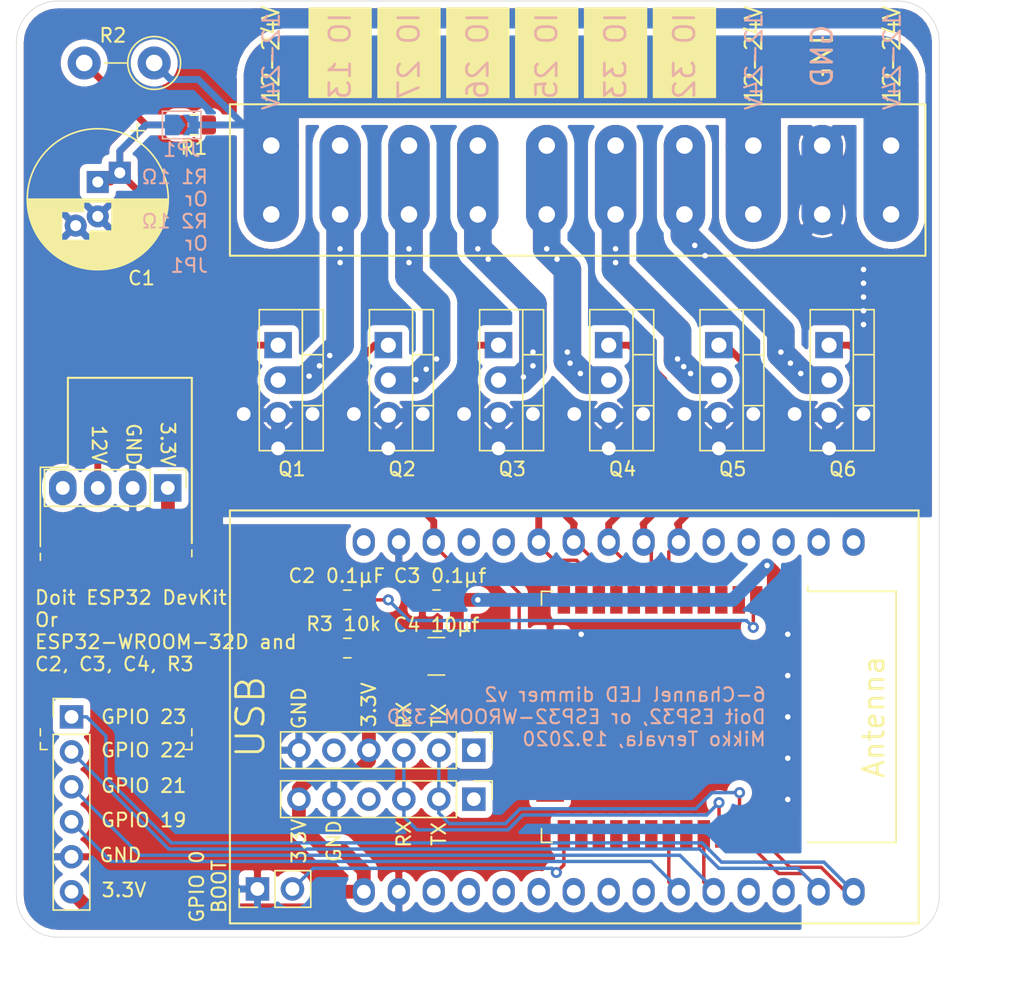
<source format=kicad_pcb>
(kicad_pcb (version 20171130) (host pcbnew "(5.1.7)-1")
  (layers (0 F.Cu signal) (31 B.Cu signal) (34 B.Paste user) (35 F.Paste user) (36 B.SilkS user) (37 F.SilkS user) (38 B.Mask user) (39 F.Mask user) (44 Edge.Cuts user))
  (net 0 "")
  (net 1 GND)
  (net 2 +12C)
  (net 3 +3V3)
  (net 4 GPIO4)
  (net 5 GPIO3)
  (net 6 GPIO2)
  (net 7 GPIO1)
  (net 8 "Net-(J2-Pad4)")
  (net 9 +12V)
  (net 10 "Net-(J3-Pad7)")
  (net 11 "Net-(J3-Pad6)")
  (net 12 "Net-(J3-Pad5)")
  (net 13 "Net-(J3-Pad4)")
  (net 14 "Net-(J3-Pad3)")
  (net 15 "Net-(J3-Pad2)")
  (net 16 MOS1)
  (net 17 MOS2)
  (net 18 MOS3)
  (net 19 MOS4)
  (net 20 MOS5)
  (net 21 MOS6)
  (net 22 "Net-(U1-Pad16)")
  (net 23 "Net-(U1-Pad17)")
  (net 24 "Net-(U1-Pad13)")
  (net 25 "Net-(U1-Pad18)")
  (net 26 "Net-(U1-Pad12)")
  (net 27 "Net-(U1-Pad19)")
  (net 28 "Net-(U1-Pad7)")
  (net 29 "Net-(U1-Pad6)")
  (net 30 "Net-(U1-Pad5)")
  (net 31 "Net-(U1-Pad4)")
  (net 32 "Net-(U1-Pad3)")
  (net 33 "Net-(U1-Pad20)")
  (net 34 "Net-(U1-Pad9)")
  (net 35 "Net-(U1-Pad8)")
  (net 36 "Net-(U1-Pad26)")
  (net 37 "Net-(U1-Pad27)")
  (net 38 "Net-(U1-Pad30)")
  (net 39 "Net-(C2-Pad2)")
  (net 40 "Net-(J4-Pad2)")
  (net 41 "Net-(J5-Pad4)")
  (net 42 RX)
  (net 43 TX)
  (net 44 "Net-(J5-Pad1)")
  (net 45 "Net-(U2-Pad32)")
  (net 46 "Net-(U2-Pad30)")
  (net 47 "Net-(U2-Pad29)")
  (net 48 "Net-(U2-Pad28)")
  (net 49 "Net-(U2-Pad27)")
  (net 50 "Net-(U2-Pad26)")
  (net 51 "Net-(U2-Pad24)")
  (net 52 "Net-(U2-Pad23)")
  (net 53 "Net-(U2-Pad22)")
  (net 54 "Net-(U2-Pad21)")
  (net 55 "Net-(U2-Pad20)")
  (net 56 "Net-(U2-Pad19)")
  (net 57 "Net-(U2-Pad18)")
  (net 58 "Net-(U2-Pad17)")
  (net 59 "Net-(U2-Pad14)")
  (net 60 "Net-(U2-Pad13)")
  (net 61 "Net-(U2-Pad7)")
  (net 62 "Net-(U2-Pad6)")
  (net 63 "Net-(U2-Pad5)")
  (net 64 "Net-(U2-Pad4)")
  (net 65 "Net-(J6-Pad5)")
  (net 66 "Net-(J6-Pad1)")
  (module Voltage-regulator:4pin_reg_con (layer F.Cu) (at 133.985 102.87 270)
    (fp_text reference J2 hide)
    (fp_text value Conn_01x04)
    (pad 1 thru_hole rect (at 0 0 270) (size 2 2) (drill 1) (layers *.Cu *.Mask) (net 3 +3V3))
    (pad 2 thru_hole oval (at 0 2.54 270) (size 2.5 2) (drill 1) (layers *.Cu *.Mask) (net 1 GND))
    (pad 3 thru_hole oval (at 0 5.08 270) (size 2.5 2) (drill 1) (layers *.Cu *.Mask) (net 2 +12C))
    (pad 4 thru_hole oval (at 0 7.62 270) (size 2.5 2) (drill 1) (layers *.Cu *.Mask) (net 8 "Net-(J2-Pad4)"))
  )
  (module Phoenix-connect:Phoenix_SPTAF_1_10-5,0-EL (layer F.Cu) (at 164 80.5)
    (fp_text reference J3 hide)
    (fp_text value Conn_01x10)
    (pad 1 thru_hole circle (at -22.5 -2.5) (size 3 3) (drill 1.2) (layers *.Cu *.Mask) (net 9 +12V))
    (pad 1 thru_hole circle (at -22.5 2.5) (size 3 3) (drill 1.2) (layers *.Cu *.Mask) (net 9 +12V))
    (pad 2 thru_hole circle (at -17.5 -2.5) (size 3 3) (drill 1.2) (layers *.Cu *.Mask) (net 15 "Net-(J3-Pad2)"))
    (pad 2 thru_hole circle (at -17.5 2.5) (size 3 3) (drill 1.2) (layers *.Cu *.Mask) (net 15 "Net-(J3-Pad2)"))
    (pad 3 thru_hole circle (at -12.5 -2.5) (size 3 3) (drill 1.2) (layers *.Cu *.Mask) (net 14 "Net-(J3-Pad3)"))
    (pad 3 thru_hole circle (at -12.5 2.5) (size 3 3) (drill 1.2) (layers *.Cu *.Mask) (net 14 "Net-(J3-Pad3)"))
    (pad 4 thru_hole circle (at -7.5 -2.5) (size 3 3) (drill 1.2) (layers *.Cu *.Mask) (net 13 "Net-(J3-Pad4)"))
    (pad 4 thru_hole circle (at -7.5 2.5) (size 3 3) (drill 1.2) (layers *.Cu *.Mask) (net 13 "Net-(J3-Pad4)"))
    (pad 5 thru_hole circle (at -2.5 -2.5) (size 3 3) (drill 1.2) (layers *.Cu *.Mask) (net 12 "Net-(J3-Pad5)"))
    (pad 5 thru_hole circle (at -2.5 2.5) (size 3 3) (drill 1.2) (layers *.Cu *.Mask) (net 12 "Net-(J3-Pad5)"))
    (pad 6 thru_hole circle (at 2.5 -2.5) (size 3 3) (drill 1.2) (layers *.Cu *.Mask) (net 11 "Net-(J3-Pad6)"))
    (pad 6 thru_hole circle (at 2.5 2.5) (size 3 3) (drill 1.2) (layers *.Cu *.Mask) (net 11 "Net-(J3-Pad6)"))
    (pad 7 thru_hole circle (at 7.5 -2.5) (size 3 3) (drill 1.2) (layers *.Cu *.Mask) (net 10 "Net-(J3-Pad7)"))
    (pad 7 thru_hole circle (at 7.5 2.5) (size 3 3) (drill 1.2) (layers *.Cu *.Mask) (net 10 "Net-(J3-Pad7)"))
    (pad 8 thru_hole circle (at 12.5 -2.5) (size 3 3) (drill 1.2) (layers *.Cu *.Mask) (net 9 +12V))
    (pad 8 thru_hole circle (at 12.5 2.5) (size 3 3) (drill 1.2) (layers *.Cu *.Mask) (net 9 +12V))
    (pad 9 thru_hole circle (at 17.5 -2.5) (size 3 3) (drill 1.2) (layers *.Cu *.Mask) (net 1 GND))
    (pad 9 thru_hole circle (at 17.5 2.5) (size 3 3) (drill 1.2) (layers *.Cu *.Mask) (net 1 GND))
    (pad 10 thru_hole circle (at 22.5 -2.5) (size 3 3) (drill 1.2) (layers *.Cu *.Mask) (net 9 +12V))
    (pad 10 thru_hole circle (at 22.5 2.5) (size 3 3) (drill 1.2) (layers *.Cu *.Mask) (net 9 +12V))
  )
  (module esp32-doit-library:Doit_ESP32 (layer F.Cu) (at 166 119.5)
    (fp_text reference U1 hide)
    (fp_text value Doit_ESP32)
    (pad 30 thru_hole oval (at -17.78 -12.7) (size 1.6 2) (drill 1) (layers *.Cu *.Mask) (net 38 "Net-(U1-Pad30)"))
    (pad 1 thru_hole oval (at -17.78 12.7) (size 1.6 2) (drill 1) (layers *.Cu *.Mask) (net 3 +3V3))
    (pad 29 thru_hole oval (at -15.24 -12.7) (size 1.6 2) (drill 1) (layers *.Cu *.Mask) (net 1 GND))
    (pad 2 thru_hole oval (at -15.24 12.7) (size 1.6 2) (drill 1) (layers *.Cu *.Mask) (net 1 GND))
    (pad 28 thru_hole oval (at -12.7 -12.7) (size 1.6 2) (drill 1) (layers *.Cu *.Mask) (net 16 MOS1))
    (pad 3 thru_hole oval (at -12.7 12.7) (size 1.6 2) (drill 1) (layers *.Cu *.Mask) (net 32 "Net-(U1-Pad3)"))
    (pad 27 thru_hole oval (at -10.16 -12.7) (size 1.6 2) (drill 1) (layers *.Cu *.Mask) (net 37 "Net-(U1-Pad27)"))
    (pad 4 thru_hole oval (at -10.16 12.7) (size 1.6 2) (drill 1) (layers *.Cu *.Mask) (net 31 "Net-(U1-Pad4)"))
    (pad 26 thru_hole oval (at -7.62 -12.7) (size 1.6 2) (drill 1) (layers *.Cu *.Mask) (net 36 "Net-(U1-Pad26)"))
    (pad 5 thru_hole oval (at -7.62 12.7) (size 1.6 2) (drill 1) (layers *.Cu *.Mask) (net 30 "Net-(U1-Pad5)"))
    (pad 25 thru_hole oval (at -5.08 -12.7) (size 1.6 2) (drill 1) (layers *.Cu *.Mask) (net 17 MOS2))
    (pad 6 thru_hole oval (at -5.08 12.7) (size 1.6 2) (drill 1) (layers *.Cu *.Mask) (net 29 "Net-(U1-Pad6)"))
    (pad 24 thru_hole oval (at -2.54 -12.7) (size 1.6 2) (drill 1) (layers *.Cu *.Mask) (net 18 MOS3))
    (pad 7 thru_hole oval (at -2.54 12.7) (size 1.6 2) (drill 1) (layers *.Cu *.Mask) (net 28 "Net-(U1-Pad7)"))
    (pad 23 thru_hole oval (at 0 -12.7) (size 1.6 2) (drill 1) (layers *.Cu *.Mask) (net 19 MOS4))
    (pad 8 thru_hole oval (at 0 12.7) (size 1.6 2) (drill 1) (layers *.Cu *.Mask) (net 35 "Net-(U1-Pad8)"))
    (pad 22 thru_hole oval (at 2.54 -12.7) (size 1.6 2) (drill 1) (layers *.Cu *.Mask) (net 20 MOS5))
    (pad 9 thru_hole oval (at 2.54 12.7) (size 1.6 2) (drill 1) (layers *.Cu *.Mask) (net 34 "Net-(U1-Pad9)"))
    (pad 21 thru_hole oval (at 5.08 -12.7) (size 1.6 2) (drill 1) (layers *.Cu *.Mask) (net 21 MOS6))
    (pad 10 thru_hole oval (at 5.08 12.7) (size 1.6 2) (drill 1) (layers *.Cu *.Mask) (net 4 GPIO4))
    (pad 20 thru_hole oval (at 7.62 -12.7) (size 1.6 2) (drill 1) (layers *.Cu *.Mask) (net 33 "Net-(U1-Pad20)"))
    (pad 11 thru_hole oval (at 7.62 12.7) (size 1.6 2) (drill 1) (layers *.Cu *.Mask) (net 5 GPIO3))
    (pad 19 thru_hole oval (at 10.16 -12.7) (size 1.6 2) (drill 1) (layers *.Cu *.Mask) (net 27 "Net-(U1-Pad19)"))
    (pad 12 thru_hole oval (at 10.16 12.7) (size 1.6 2) (drill 1) (layers *.Cu *.Mask) (net 26 "Net-(U1-Pad12)"))
    (pad 18 thru_hole oval (at 12.7 -12.7) (size 1.6 2) (drill 1) (layers *.Cu *.Mask) (net 25 "Net-(U1-Pad18)"))
    (pad 13 thru_hole oval (at 12.7 12.7) (size 1.6 2) (drill 1) (layers *.Cu *.Mask) (net 24 "Net-(U1-Pad13)"))
    (pad 17 thru_hole oval (at 15.24 -12.7) (size 1.6 2) (drill 1) (layers *.Cu *.Mask) (net 23 "Net-(U1-Pad17)"))
    (pad 14 thru_hole oval (at 15.24 12.7) (size 1.6 2) (drill 1) (layers *.Cu *.Mask) (net 6 GPIO2))
    (pad 16 thru_hole oval (at 17.78 -12.7) (size 1.6 2) (drill 1) (layers *.Cu *.Mask) (net 22 "Net-(U1-Pad16)"))
    (pad 15 thru_hole oval (at 17.78 12.7) (size 1.6 2) (drill 1) (layers *.Cu *.Mask) (net 7 GPIO1))
  )
  (module Capacitor_THT:CP_Radial_D10.0mm_P2.50mm_P5.00mm (layer F.Cu) (at 128.905 80.645 270)
    (fp_text reference C1 (at 6.985 -3.175 180) (layer F.SilkS))
    (fp_text value C_Small)
    (pad 2 thru_hole circle (at 3.170937 1.6 270) (size 1.6 1.6) (drill 0.8) (layers *.Cu *.Mask) (net 1 GND))
    (pad 1 thru_hole rect (at -0.670937 -1.6 270) (size 1.6 1.6) (drill 0.8) (layers *.Cu *.Mask) (net 2 +12C))
    (pad 2 thru_hole circle (at 2.5 0 270) (size 1.6 1.6) (drill 0.8) (layers *.Cu *.Mask) (net 1 GND))
    (pad 1 thru_hole rect (at 0 0 270) (size 1.6 1.6) (drill 0.8) (layers *.Cu *.Mask) (net 2 +12C))
  )
  (module Connector_PinHeader_2.54mm:PinHeader_1x06_P2.54mm_Vertical (layer F.Cu) (at 156.21 121.92 270)
    (fp_text reference J6 hide)
    (fp_text value Conn_01x06)
    (pad 6 thru_hole oval (at 0 12.7 270) (size 1.7 1.7) (drill 1) (layers *.Cu *.Mask) (net 1 GND))
    (pad 5 thru_hole oval (at 0 10.16 270) (size 1.7 1.7) (drill 1) (layers *.Cu *.Mask) (net 65 "Net-(J6-Pad5)"))
    (pad 4 thru_hole oval (at 0 7.62 270) (size 1.7 1.7) (drill 1) (layers *.Cu *.Mask) (net 3 +3V3))
    (pad 3 thru_hole oval (at 0 5.08 270) (size 1.7 1.7) (drill 1) (layers *.Cu *.Mask) (net 42 RX))
    (pad 2 thru_hole oval (at 0 2.54 270) (size 1.7 1.7) (drill 1) (layers *.Cu *.Mask) (net 43 TX))
    (pad 1 thru_hole rect (at 0 0 270) (size 1.7 1.7) (drill 1) (layers *.Cu *.Mask) (net 66 "Net-(J6-Pad1)"))
  )
  (module Capacitor_SMD:C_1210_3225Metric_Pad1.42x2.65mm_HandSolder (layer F.Cu) (at 153.4875 115.1 180)
    (fp_text reference C4 hide)
    (fp_text value "C4 10µf" (at 0 2.28) (layer F.SilkS))
    (pad 2 smd roundrect (at 1.4875 0 180) (size 1.425 2.65) (layers F.Cu F.Paste F.Mask) (roundrect_rratio 0.1754385964912281) (net 1 GND))
    (pad 1 smd roundrect (at -1.4875 0 180) (size 1.425 2.65) (layers F.Cu F.Paste F.Mask) (roundrect_rratio 0.1754385964912281) (net 3 +3V3))
  )
  (module RF_Module:ESP32-WROOM-32 (layer F.Cu) (at 171 119.5 270)
    (fp_text reference U2 hide)
    (fp_text value ESP32-WROOM-32D)
    (pad 38 smd rect (at 8.5 -8.255 270) (size 2 0.9) (layers F.Cu F.Paste F.Mask) (net 1 GND))
    (pad 37 smd rect (at 8.5 -6.985 270) (size 2 0.9) (layers F.Cu F.Paste F.Mask) (net 7 GPIO1))
    (pad 36 smd rect (at 8.5 -5.715 270) (size 2 0.9) (layers F.Cu F.Paste F.Mask) (net 6 GPIO2))
    (pad 35 smd rect (at 8.5 -4.445 270) (size 2 0.9) (layers F.Cu F.Paste F.Mask) (net 43 TX))
    (pad 34 smd rect (at 8.5 -3.175 270) (size 2 0.9) (layers F.Cu F.Paste F.Mask) (net 42 RX))
    (pad 33 smd rect (at 8.5 -1.905 270) (size 2 0.9) (layers F.Cu F.Paste F.Mask) (net 5 GPIO3))
    (pad 32 smd rect (at 8.5 -0.635 270) (size 2 0.9) (layers F.Cu F.Paste F.Mask) (net 45 "Net-(U2-Pad32)"))
    (pad 31 smd rect (at 8.5 0.635 270) (size 2 0.9) (layers F.Cu F.Paste F.Mask) (net 4 GPIO4))
    (pad 30 smd rect (at 8.5 1.905 270) (size 2 0.9) (layers F.Cu F.Paste F.Mask) (net 46 "Net-(U2-Pad30)"))
    (pad 29 smd rect (at 8.5 3.175 270) (size 2 0.9) (layers F.Cu F.Paste F.Mask) (net 47 "Net-(U2-Pad29)"))
    (pad 28 smd rect (at 8.5 4.445 270) (size 2 0.9) (layers F.Cu F.Paste F.Mask) (net 48 "Net-(U2-Pad28)"))
    (pad 27 smd rect (at 8.5 5.715 270) (size 2 0.9) (layers F.Cu F.Paste F.Mask) (net 49 "Net-(U2-Pad27)"))
    (pad 26 smd rect (at 8.5 6.985 270) (size 2 0.9) (layers F.Cu F.Paste F.Mask) (net 50 "Net-(U2-Pad26)"))
    (pad 25 smd rect (at 8.5 8.255 270) (size 2 0.9) (layers F.Cu F.Paste F.Mask) (net 40 "Net-(J4-Pad2)"))
    (pad 24 smd rect (at 5.715 9.255) (size 2 0.9) (layers F.Cu F.Paste F.Mask) (net 51 "Net-(U2-Pad24)"))
    (pad 23 smd rect (at 4.445 9.255) (size 2 0.9) (layers F.Cu F.Paste F.Mask) (net 52 "Net-(U2-Pad23)"))
    (pad 22 smd rect (at 3.175 9.255) (size 2 0.9) (layers F.Cu F.Paste F.Mask) (net 53 "Net-(U2-Pad22)"))
    (pad 21 smd rect (at 1.905 9.255) (size 2 0.9) (layers F.Cu F.Paste F.Mask) (net 54 "Net-(U2-Pad21)"))
    (pad 20 smd rect (at 0.635 9.255) (size 2 0.9) (layers F.Cu F.Paste F.Mask) (net 55 "Net-(U2-Pad20)"))
    (pad 19 smd rect (at -0.635 9.255) (size 2 0.9) (layers F.Cu F.Paste F.Mask) (net 56 "Net-(U2-Pad19)"))
    (pad 18 smd rect (at -1.905 9.255) (size 2 0.9) (layers F.Cu F.Paste F.Mask) (net 57 "Net-(U2-Pad18)"))
    (pad 17 smd rect (at -3.175 9.255) (size 2 0.9) (layers F.Cu F.Paste F.Mask) (net 58 "Net-(U2-Pad17)"))
    (pad 16 smd rect (at -4.445 9.255) (size 2 0.9) (layers F.Cu F.Paste F.Mask) (net 16 MOS1))
    (pad 15 smd rect (at -5.715 9.255) (size 2 0.9) (layers F.Cu F.Paste F.Mask) (net 1 GND))
    (pad 14 smd rect (at -8.5 8.255 270) (size 2 0.9) (layers F.Cu F.Paste F.Mask) (net 59 "Net-(U2-Pad14)"))
    (pad 13 smd rect (at -8.5 6.985 270) (size 2 0.9) (layers F.Cu F.Paste F.Mask) (net 60 "Net-(U2-Pad13)"))
    (pad 12 smd rect (at -8.5 5.715 270) (size 2 0.9) (layers F.Cu F.Paste F.Mask) (net 17 MOS2))
    (pad 11 smd rect (at -8.5 4.445 270) (size 2 0.9) (layers F.Cu F.Paste F.Mask) (net 18 MOS3))
    (pad 10 smd rect (at -8.5 3.175 270) (size 2 0.9) (layers F.Cu F.Paste F.Mask) (net 19 MOS4))
    (pad 9 smd rect (at -8.5 1.905 270) (size 2 0.9) (layers F.Cu F.Paste F.Mask) (net 20 MOS5))
    (pad 8 smd rect (at -8.5 0.635 270) (size 2 0.9) (layers F.Cu F.Paste F.Mask) (net 21 MOS6))
    (pad 7 smd rect (at -8.5 -0.635 270) (size 2 0.9) (layers F.Cu F.Paste F.Mask) (net 61 "Net-(U2-Pad7)"))
    (pad 6 smd rect (at -8.5 -1.905 270) (size 2 0.9) (layers F.Cu F.Paste F.Mask) (net 62 "Net-(U2-Pad6)"))
    (pad 5 smd rect (at -8.5 -3.175 270) (size 2 0.9) (layers F.Cu F.Paste F.Mask) (net 63 "Net-(U2-Pad5)"))
    (pad 4 smd rect (at -8.5 -4.445 270) (size 2 0.9) (layers F.Cu F.Paste F.Mask) (net 64 "Net-(U2-Pad4)"))
    (pad 3 smd rect (at -8.5 -5.715 270) (size 2 0.9) (layers F.Cu F.Paste F.Mask) (net 39 "Net-(C2-Pad2)"))
    (pad 2 smd rect (at -8.5 -6.985 270) (size 2 0.9) (layers F.Cu F.Paste F.Mask) (net 3 +3V3))
    (pad 1 smd rect (at -8.5 -8.255 270) (size 2 0.9) (layers F.Cu F.Paste F.Mask) (net 1 GND))
    (pad 39 smd rect (at -1 -0.755 270) (size 5 5) (layers F.Cu F.Paste F.Mask) (net 1 GND))
  )
  (module Resistor_SMD:R_0805_2012Metric_Pad1.15x1.40mm_HandSolder (layer F.Cu) (at 147.025 114.5)
    (fp_text reference R3 hide)
    (fp_text value "R3 10k" (at -0.275 -1.75) (layer F.SilkS))
    (pad 2 smd roundrect (at 1.025 0) (size 1.15 1.4) (layers F.Cu F.Paste F.Mask) (roundrect_rratio 0.2173904347826087) (net 39 "Net-(C2-Pad2)"))
    (pad 1 smd roundrect (at -1.025 0) (size 1.15 1.4) (layers F.Cu F.Paste F.Mask) (roundrect_rratio 0.2173904347826087) (net 3 +3V3))
  )
  (module Connector_PinHeader_2.54mm:PinHeader_1x06_P2.54mm_Vertical (layer F.Cu) (at 156.21 125.476 270)
    (fp_text reference J5 hide)
    (fp_text value Conn_01x06)
    (pad 6 thru_hole oval (at 0 12.7 270) (size 1.7 1.7) (drill 1) (layers *.Cu *.Mask) (net 3 +3V3))
    (pad 5 thru_hole oval (at 0 10.16 270) (size 1.7 1.7) (drill 1) (layers *.Cu *.Mask) (net 1 GND))
    (pad 4 thru_hole oval (at 0 7.62 270) (size 1.7 1.7) (drill 1) (layers *.Cu *.Mask) (net 41 "Net-(J5-Pad4)"))
    (pad 3 thru_hole oval (at 0 5.08 270) (size 1.7 1.7) (drill 1) (layers *.Cu *.Mask) (net 42 RX))
    (pad 2 thru_hole oval (at 0 2.54 270) (size 1.7 1.7) (drill 1) (layers *.Cu *.Mask) (net 43 TX))
    (pad 1 thru_hole rect (at 0 0 270) (size 1.7 1.7) (drill 1) (layers *.Cu *.Mask) (net 44 "Net-(J5-Pad1)"))
  )
  (module Connector_PinHeader_2.54mm:PinHeader_1x02_P2.54mm_Vertical (layer F.Cu) (at 140.5 132 90)
    (fp_text reference J4 hide)
    (fp_text value Conn_01x02)
    (pad 2 thru_hole oval (at 0 2.54 90) (size 1.7 1.7) (drill 1) (layers *.Cu *.Mask) (net 40 "Net-(J4-Pad2)"))
    (pad 1 thru_hole rect (at 0 0 90) (size 1.7 1.7) (drill 1) (layers *.Cu *.Mask) (net 1 GND))
  )
  (module Capacitor_SMD:C_0805_2012Metric_Pad1.15x1.40mm_HandSolder (layer F.Cu) (at 153.5 111 180)
    (fp_text reference C3 hide)
    (fp_text value "C3 0.1µf" (at -0.25 1.75) (layer F.SilkS))
    (pad 2 smd roundrect (at 1.025 0 180) (size 1.15 1.4) (layers F.Cu F.Paste F.Mask) (roundrect_rratio 0.2173904347826087) (net 1 GND))
    (pad 1 smd roundrect (at -1.025 0 180) (size 1.15 1.4) (layers F.Cu F.Paste F.Mask) (roundrect_rratio 0.2173904347826087) (net 3 +3V3))
  )
  (module Capacitor_SMD:C_0805_2012Metric_Pad1.15x1.40mm_HandSolder (layer F.Cu) (at 147.025 111)
    (fp_text reference C2 hide)
    (fp_text value "C2 0.1µF" (at -0.775 -1.75) (layer F.SilkS))
    (pad 2 smd roundrect (at 1.025 0) (size 1.15 1.4) (layers F.Cu F.Paste F.Mask) (roundrect_rratio 0.2173904347826087) (net 39 "Net-(C2-Pad2)"))
    (pad 1 smd roundrect (at -1.025 0) (size 1.15 1.4) (layers F.Cu F.Paste F.Mask) (roundrect_rratio 0.2173904347826087) (net 1 GND))
  )
  (module Resistor_THT:R_Axial_DIN0411_L9.9mm_D3.6mm_P5.08mm_Vertical (layer F.Cu) (at 133 72 180)
    (fp_text reference R2 (at 3 2) (layer F.SilkS))
    (fp_text value R_Small)
    (pad 2 thru_hole oval (at 5.08 0 180) (size 2.4 2.4) (drill 1.2) (layers *.Cu *.Mask) (net 2 +12C))
    (pad 1 thru_hole circle (at 0 0 180) (size 2.4 2.4) (drill 1.2) (layers *.Cu *.Mask) (net 9 +12V))
  )
  (module Jumper:SolderJumper-2_P1.3mm_Open_TrianglePad1.0x1.5mm (layer B.Cu) (at 135 76.5)
    (fp_text reference JP1 (at 0 1.8) (layer B.SilkS) (effects (justify mirror)))
    (fp_text value Jumper_NO_Small)
    (pad 1 smd custom (at -0.725 0) (size 0.3 0.3) (layers B.Cu B.Mask) (net 2 +12C) (options (clearance outline) (anchor rect)) (primitives (gr_poly (pts (xy -0.5 0.75) (xy 0.5 0.75) (xy 1 0) (xy 0.5 -0.75) (xy -0.5 -0.75)) (width 0))))
    (pad 2 smd custom (at 0.725 0) (size 0.3 0.3) (layers B.Cu B.Mask) (net 9 +12V) (options (clearance outline) (anchor rect)) (primitives (gr_poly (pts (xy -0.65 0.75) (xy 0.5 0.75) (xy 0.5 -0.75) (xy -0.65 -0.75) (xy -0.15 0)) (width 0))))
  )
  (module Resistor_SMD:R_0805_2012Metric_Pad1.15x1.40mm_HandSolder (layer F.Cu) (at 135.89 76.5 180)
    (fp_text reference R1 (at 0 -1.65) (layer F.SilkS))
    (fp_text value R_Small)
    (pad 2 smd roundrect (at 1.025 0 180) (size 1.15 1.4) (layers F.Cu F.Paste F.Mask) (roundrect_rratio 0.2173904347826087) (net 2 +12C))
    (pad 1 smd roundrect (at -1.025 0 180) (size 1.15 1.4) (layers F.Cu F.Paste F.Mask) (roundrect_rratio 0.2173904347826087) (net 9 +12V))
  )
  (module Package_TO_SOT_THT:TO-220-3_Vertical (layer F.Cu) (at 182 92.5 270)
    (fp_text reference Q6 (at 9 -1 180) (layer F.SilkS))
    (fp_text value BUZ11)
    (pad 3 thru_hole oval (at 5.08 0 270) (size 1.905 2) (drill 1.1) (layers *.Cu *.Mask) (net 1 GND))
    (pad 2 thru_hole oval (at 2.54 0 270) (size 1.905 2) (drill 1.1) (layers *.Cu *.Mask) (net 10 "Net-(J3-Pad7)"))
    (pad 1 thru_hole rect (at 0 0 270) (size 1.905 2) (drill 1.1) (layers *.Cu *.Mask) (net 21 MOS6))
  )
  (module Package_TO_SOT_THT:TO-220-3_Vertical (layer F.Cu) (at 174 92.5 270)
    (fp_text reference Q5 (at 9 -1 180) (layer F.SilkS))
    (fp_text value BUZ11)
    (pad 3 thru_hole oval (at 5.08 0 270) (size 1.905 2) (drill 1.1) (layers *.Cu *.Mask) (net 1 GND))
    (pad 2 thru_hole oval (at 2.54 0 270) (size 1.905 2) (drill 1.1) (layers *.Cu *.Mask) (net 11 "Net-(J3-Pad6)"))
    (pad 1 thru_hole rect (at 0 0 270) (size 1.905 2) (drill 1.1) (layers *.Cu *.Mask) (net 20 MOS5))
  )
  (module Package_TO_SOT_THT:TO-220-3_Vertical (layer F.Cu) (at 166 92.5 270)
    (fp_text reference Q4 (at 9 -1 180) (layer F.SilkS))
    (fp_text value BUZ11)
    (pad 3 thru_hole oval (at 5.08 0 270) (size 1.905 2) (drill 1.1) (layers *.Cu *.Mask) (net 1 GND))
    (pad 2 thru_hole oval (at 2.54 0 270) (size 1.905 2) (drill 1.1) (layers *.Cu *.Mask) (net 12 "Net-(J3-Pad5)"))
    (pad 1 thru_hole rect (at 0 0 270) (size 1.905 2) (drill 1.1) (layers *.Cu *.Mask) (net 19 MOS4))
  )
  (module Package_TO_SOT_THT:TO-220-3_Vertical (layer F.Cu) (at 158 92.5 270)
    (fp_text reference Q3 (at 9 -1 180) (layer F.SilkS))
    (fp_text value BUZ11)
    (pad 3 thru_hole oval (at 5.08 0 270) (size 1.905 2) (drill 1.1) (layers *.Cu *.Mask) (net 1 GND))
    (pad 2 thru_hole oval (at 2.54 0 270) (size 1.905 2) (drill 1.1) (layers *.Cu *.Mask) (net 13 "Net-(J3-Pad4)"))
    (pad 1 thru_hole rect (at 0 0 270) (size 1.905 2) (drill 1.1) (layers *.Cu *.Mask) (net 18 MOS3))
  )
  (module Package_TO_SOT_THT:TO-220-3_Vertical (layer F.Cu) (at 150 92.5 270)
    (fp_text reference Q2 (at 9 -1 180) (layer F.SilkS))
    (fp_text value BUZ11)
    (pad 3 thru_hole oval (at 5.08 0 270) (size 1.905 2) (drill 1.1) (layers *.Cu *.Mask) (net 1 GND))
    (pad 2 thru_hole oval (at 2.54 0 270) (size 1.905 2) (drill 1.1) (layers *.Cu *.Mask) (net 14 "Net-(J3-Pad3)"))
    (pad 1 thru_hole rect (at 0 0 270) (size 1.905 2) (drill 1.1) (layers *.Cu *.Mask) (net 17 MOS2))
  )
  (module Package_TO_SOT_THT:TO-220-3_Vertical (layer F.Cu) (at 142 92.5 270)
    (fp_text reference Q1 (at 9 -1 180) (layer F.SilkS))
    (fp_text value BUZ11)
    (pad 3 thru_hole oval (at 5.08 0 270) (size 1.905 2) (drill 1.1) (layers *.Cu *.Mask) (net 1 GND))
    (pad 2 thru_hole oval (at 2.54 0 270) (size 1.905 2) (drill 1.1) (layers *.Cu *.Mask) (net 15 "Net-(J3-Pad2)"))
    (pad 1 thru_hole rect (at 0 0 270) (size 1.905 2) (drill 1.1) (layers *.Cu *.Mask) (net 16 MOS1))
  )
  (module Connector_PinHeader_2.54mm:PinHeader_1x06_P2.54mm_Vertical (layer F.Cu) (at 127 119.5)
    (fp_text reference J1 hide)
    (fp_text value Conn_01x06)
    (pad 6 thru_hole oval (at 0 12.7) (size 1.7 1.7) (drill 1) (layers *.Cu *.Mask) (net 3 +3V3))
    (pad 5 thru_hole oval (at 0 10.16) (size 1.7 1.7) (drill 1) (layers *.Cu *.Mask) (net 1 GND))
    (pad 4 thru_hole oval (at 0 7.62) (size 1.7 1.7) (drill 1) (layers *.Cu *.Mask) (net 4 GPIO4))
    (pad 3 thru_hole oval (at 0 5.08) (size 1.7 1.7) (drill 1) (layers *.Cu *.Mask) (net 5 GPIO3))
    (pad 2 thru_hole oval (at 0 2.54) (size 1.7 1.7) (drill 1) (layers *.Cu *.Mask) (net 6 GPIO2))
    (pad 1 thru_hole rect (at 0 0) (size 1.7 1.7) (drill 1) (layers *.Cu *.Mask) (net 7 GPIO1))
  )
  (gr_text 12-24V (at 186.563 71.374 90) (layer F.SilkS) (effects (font (size 1.2 1.2) (thickness 0.16))))
  (gr_text 12-24V (at 186.585 71.882 90) (layer B.SilkS) (effects (font (size 1.2 1.2) (thickness 0.16)) (justify mirror)))
  (gr_text 12-24V (at 176.53 71.374 90) (layer F.SilkS) (effects (font (size 1.2 1.2) (thickness 0.16))))
  (gr_text 12-24V (at 176.552 71.882 90) (layer B.SilkS) (effects (font (size 1.2 1.2) (thickness 0.16)) (justify mirror)))
  (gr_text 12-24V (at 141.478 71.374 90) (layer F.SilkS) (effects (font (size 1.2 1.2) (thickness 0.16))))
  (gr_text RX (at 151.13 119.38 90) (layer F.SilkS) (effects (font (size 1 1))))
  (gr_text GND (at 143.51 118.872 90) (layer F.SilkS) (effects (font (size 1 1))))
  (gr_text TX (at 153.67 119.38 90) (layer F.SilkS) (effects (font (size 1 1))))
  (gr_text 3.3V (at 148.59 118.618 90) (layer F.SilkS) (effects (font (size 1 1))))
  (gr_text Antenna (at 185.25 119.5 90) (layer F.SilkS) (effects (font (size 1.5 1.5) (thickness 0.2))))
  (gr_text "R1 1Ω\nOr\nR2 1Ω\nOr\nJP1" (at 137 83.5) (layer B.SilkS) (effects (font (size 1 1)) (justify left mirror)))
  (gr_text "6-Channel LED dimmer v2\nDoit ESP32, or ESP32-WROOM-32D\nMikko Tervala, 19.2020" (at 177.5 119.5) (layer B.SilkS) (effects (font (size 1 1)) (justify left mirror)))
  (gr_text "Doit ESP32 DevKit\nOr\nESP32-WROOM-32D and\nC2, C3, C4, R3" (at 124.25 113.25) (layer F.SilkS) (effects (font (size 1 1)) (justify left)))
  (gr_text "GPIO 0\nBOOT" (at 136.906 131.826 90) (layer F.SilkS) (effects (font (size 1 1))))
  (gr_text 3.3V (at 143.51 128.524 90) (layer F.SilkS) (effects (font (size 1 1))))
  (gr_text GND (at 146.05 128.524 90) (layer F.SilkS) (effects (font (size 1 1))))
  (gr_text RX (at 151.13 128.016 90) (layer F.SilkS) (effects (font (size 1 1))))
  (gr_text TX (at 153.67 128.016 90) (layer F.SilkS) (effects (font (size 1 1))))
  (gr_text USB (at 140 119.5 90) (layer F.SilkS) (effects (font (size 2 2) (thickness 0.2))))
  (gr_text 12V (at 129 99.695 270) (layer F.SilkS) (effects (font (size 1 1))))
  (gr_text GND (at 131.5 99.695 270) (layer F.SilkS) (effects (font (size 1 1))))
  (gr_text 3.3V (at 133.985 99.695 270) (layer F.SilkS) (effects (font (size 1 1))))
  (gr_text 3.3V (at 130.81 132.08) (layer F.SilkS) (effects (font (size 1 1))))
  (gr_text GND (at 130.556 129.54) (layer F.SilkS) (effects (font (size 1 1))))
  (gr_text "GPIO 19" (at 132.246 127) (layer F.SilkS) (effects (font (size 1 1))))
  (gr_text "GPIO 21" (at 132.246 124.5) (layer F.SilkS) (effects (font (size 1 1))))
  (gr_text "GPIO 22" (at 132.246 121.92) (layer F.SilkS) (effects (font (size 1 1))))
  (gr_text "GPIO 23" (at 132.246 119.5) (layer F.SilkS) (effects (font (size 1 1))))
  (gr_poly (pts (xy 169.25 68) (xy 169.25 74.5) (xy 173.75 74.5) (xy 173.75 68)) (layer F.SilkS) (width 0.1))
  (gr_poly (pts (xy 164.25 68) (xy 164.25 74.5) (xy 168.75 74.5) (xy 168.75 68)) (layer F.SilkS) (width 0.1))
  (gr_poly (pts (xy 159.25 68) (xy 159.25 74.5) (xy 163.75 74.5) (xy 163.75 68)) (layer F.SilkS) (width 0.1))
  (gr_poly (pts (xy 154.25 68) (xy 154.25 74.5) (xy 158.75 74.5) (xy 158.75 68)) (layer F.SilkS) (width 0.1))
  (gr_poly (pts (xy 149.25 68) (xy 149.25 74.5) (xy 153.75 74.5) (xy 153.75 68)) (layer F.SilkS) (width 0.1))
  (gr_poly (pts (xy 144.25 68) (xy 144.25 74.5) (xy 148.75 74.5) (xy 148.75 68)) (layer F.SilkS) (width 0.1))
  (gr_text "IO 25" (at 161.5 71.5 90) (layer B.SilkS) (effects (font (size 1.5 1.5) (thickness 0.2)) (justify mirror)))
  (gr_text "IO 32" (at 171.5 71.5 90) (layer B.SilkS) (effects (font (size 1.5 1.5) (thickness 0.2)) (justify mirror)))
  (gr_text 12-24V (at 141.5 71.882 90) (layer B.SilkS) (effects (font (size 1.2 1.2) (thickness 0.16)) (justify mirror)))
  (gr_text "IO 26" (at 156.5 71.5 90) (layer B.SilkS) (effects (font (size 1.5 1.5) (thickness 0.2)) (justify mirror)))
  (gr_text "IO 13" (at 146.5 71.5 90) (layer B.SilkS) (effects (font (size 1.5 1.5) (thickness 0.2)) (justify mirror)))
  (gr_text "IO 27" (at 151.5 71.5 90) (layer B.SilkS) (effects (font (size 1.5 1.5) (thickness 0.2)) (justify mirror)))
  (gr_text "IO 33" (at 166.5 71.5 90) (layer B.SilkS) (effects (font (size 1.5 1.5) (thickness 0.2)) (justify mirror)))
  (gr_text GND (at 181.5 71.5 90) (layer B.SilkS) (effects (font (size 1.5 1.5) (thickness 0.2)) (justify mirror)))
  (gr_text GND (at 181.5 71.5 90) (layer F.SilkS) (effects (font (size 1.5 1.5) (thickness 0.2))))
  (gr_arc (start 187 70.5) (end 190 70.5) (angle -90) (layer Edge.Cuts) (width 0.05))
  (gr_arc (start 187 132.5) (end 187 135.5) (angle -90) (layer Edge.Cuts) (width 0.05))
  (gr_arc (start 126 132.5) (end 123 132.5) (angle -90) (layer Edge.Cuts) (width 0.05))
  (gr_arc (start 126 70.5) (end 126 67.5) (angle -90) (layer Edge.Cuts) (width 0.05))
  (gr_line (start 123 132.5) (end 123 70.5) (layer Edge.Cuts) (width 0.05))
  (gr_line (start 187 135.5) (end 126 135.5) (layer Edge.Cuts) (width 0.05))
  (gr_line (start 190 70.5) (end 190 132.5) (layer Edge.Cuts) (width 0.05))
  (gr_line (start 126 67.5) (end 187 67.5) (layer Edge.Cuts) (width 0.05))
  (via (at 144.5 97.5) (size 1.2) (drill 1) (layers F.Cu B.Cu) (net 1))
  (via (at 142 100) (size 1.2) (drill 1) (layers F.Cu B.Cu) (net 1))
  (via (at 150 100) (size 1.2) (drill 1) (layers F.Cu B.Cu) (net 1))
  (via (at 152.5 97.5) (size 1.2) (drill 1) (layers F.Cu B.Cu) (net 1))
  (via (at 158 100) (size 1.2) (drill 1) (layers F.Cu B.Cu) (net 1))
  (via (at 160.5 97.5) (size 1.2) (drill 1) (layers F.Cu B.Cu) (net 1))
  (via (at 166 100) (size 1.2) (drill 1) (layers F.Cu B.Cu) (net 1))
  (via (at 168.5 97.5) (size 1.2) (drill 1) (layers F.Cu B.Cu) (net 1))
  (via (at 163.5 97.5) (size 1.2) (drill 1) (layers F.Cu B.Cu) (net 1))
  (via (at 155.5 97.5) (size 1.2) (drill 1) (layers F.Cu B.Cu) (net 1))
  (via (at 147.5 97.5) (size 1.2) (drill 1) (layers F.Cu B.Cu) (net 1))
  (via (at 139.5 97.5) (size 1.2) (drill 1) (layers F.Cu B.Cu) (net 1))
  (via (at 171.5 97.5) (size 1.2) (drill 1) (layers F.Cu B.Cu) (net 1))
  (via (at 174 100) (size 1.2) (drill 1) (layers F.Cu B.Cu) (net 1))
  (via (at 176.5 97.5) (size 1.2) (drill 1) (layers F.Cu B.Cu) (net 1))
  (via (at 179.5 97.5) (size 1.2) (drill 1) (layers F.Cu B.Cu) (net 1))
  (via (at 182 100) (size 1.2) (drill 1) (layers F.Cu B.Cu) (net 1))
  (via (at 184.5 97.5) (size 1.2) (drill 1) (layers F.Cu B.Cu) (net 1))
  (segment (start 181.5 78) (end 181.5 83) (width 3) (layer F.Cu) (net 1))
  (segment (start 181.5 83) (end 181.5 78) (width 3) (layer B.Cu) (net 1))
  (via (at 184.5 91) (size 0.5) (drill 0.4) (layers F.Cu B.Cu) (net 1))
  (via (at 184.5 90) (size 0.5) (drill 0.4) (layers F.Cu B.Cu) (net 1))
  (via (at 184.5 89) (size 0.5) (drill 0.4) (layers F.Cu B.Cu) (net 1))
  (via (at 184.5 88) (size 0.5) (drill 0.4) (layers F.Cu B.Cu) (net 1))
  (via (at 184.5 87) (size 0.5) (drill 0.4) (layers F.Cu B.Cu) (net 1))
  (via (at 179 113.5) (size 0.5) (drill 0.4) (layers F.Cu B.Cu) (net 1))
  (via (at 179 116.5) (size 0.5) (drill 0.4) (layers F.Cu B.Cu) (net 1))
  (via (at 179 119.5) (size 0.5) (drill 0.4) (layers F.Cu B.Cu) (net 1))
  (via (at 179 122.5) (size 0.5) (drill 0.4) (layers F.Cu B.Cu) (net 1))
  (via (at 179 125.5) (size 0.5) (drill 0.4) (layers F.Cu B.Cu) (net 1))
  (via (at 164 113.5) (size 0.5) (drill 0.4) (layers F.Cu B.Cu) (net 1))
  (segment (start 134.865 76.5) (end 133.05 76.5) (width 0.5) (layer F.Cu) (net 2))
  (segment (start 132.42 76.5) (end 133.05 76.5) (width 0.5) (layer F.Cu) (net 2))
  (segment (start 127.92 72) (end 132.42 76.5) (width 0.5) (layer F.Cu) (net 2))
  (segment (start 129.834063 80.645) (end 130.505 79.974063) (width 0.5) (layer F.Cu) (net 2))
  (segment (start 128.905 80.645) (end 129.834063 80.645) (width 0.5) (layer F.Cu) (net 2))
  (segment (start 128.905 102.87) (end 128.905 90.17) (width 0.5) (layer F.Cu) (net 2))
  (segment (start 128.905 90.17) (end 132.715 86.36) (width 0.5) (layer F.Cu) (net 2))
  (segment (start 132.715 82.184063) (end 130.505 79.974063) (width 0.5) (layer F.Cu) (net 2))
  (segment (start 132.715 86.36) (end 132.715 82.184063) (width 0.5) (layer F.Cu) (net 2))
  (segment (start 130.505 78.415) (end 132.42 76.5) (width 0.5) (layer F.Cu) (net 2))
  (segment (start 130.505 79.974063) (end 130.505 78.415) (width 0.5) (layer F.Cu) (net 2))
  (segment (start 130.505 79.974063) (end 130.505 78.395) (width 0.5) (layer B.Cu) (net 2))
  (segment (start 132.4 76.5) (end 134.275 76.5) (width 0.5) (layer B.Cu) (net 2))
  (segment (start 130.505 78.395) (end 132.4 76.5) (width 0.5) (layer B.Cu) (net 2))
  (via (at 156.5 111) (size 0.8) (drill 0.4) (layers F.Cu B.Cu) (net 3))
  (segment (start 156.5 111) (end 175 111) (width 1) (layer B.Cu) (net 3))
  (via (at 177.5 108.5) (size 0.8) (drill 0.4) (layers F.Cu B.Cu) (net 3))
  (segment (start 175 111) (end 177.5 108.5) (width 1) (layer B.Cu) (net 3))
  (segment (start 177.985 108.985) (end 177.985 111) (width 1) (layer F.Cu) (net 3))
  (segment (start 177.5 108.5) (end 177.985 108.985) (width 1) (layer F.Cu) (net 3))
  (segment (start 156.5 111) (end 154.525 111) (width 1) (layer F.Cu) (net 3))
  (segment (start 148.22 132.2) (end 146.42 132.2) (width 1) (layer F.Cu) (net 3))
  (segment (start 146 115.3) (end 146 114.5) (width 1) (layer F.Cu) (net 3))
  (segment (start 149.097919 118) (end 148.7 118) (width 1) (layer F.Cu) (net 3))
  (segment (start 148.7 118) (end 146 115.3) (width 1) (layer F.Cu) (net 3))
  (segment (start 134 108.5) (end 143.5 118) (width 1) (layer F.Cu) (net 3))
  (segment (start 145.069999 133.550001) (end 146.42 132.2) (width 1) (layer F.Cu) (net 3))
  (segment (start 127 132.2) (end 128.350001 133.550001) (width 1) (layer F.Cu) (net 3))
  (segment (start 128.350001 133.550001) (end 145.069999 133.550001) (width 1) (layer F.Cu) (net 3))
  (segment (start 154.975 117.025) (end 154.975 115.1) (width 1) (layer F.Cu) (net 3))
  (segment (start 149.097919 118) (end 154 118) (width 1) (layer F.Cu) (net 3))
  (segment (start 154 118) (end 154.975 117.025) (width 1) (layer F.Cu) (net 3))
  (segment (start 154.975 111.45) (end 154.525 111) (width 1) (layer F.Cu) (net 3))
  (segment (start 154.975 115.1) (end 154.975 111.45) (width 1) (layer F.Cu) (net 3))
  (segment (start 148.59 118.364) (end 148.954 118) (width 1) (layer F.Cu) (net 3))
  (segment (start 148.954 118) (end 149.097919 118) (width 1) (layer F.Cu) (net 3))
  (segment (start 148.59 121.92) (end 148.59 118.364) (width 1) (layer F.Cu) (net 3))
  (segment (start 143.5 118) (end 148.954 118) (width 1) (layer F.Cu) (net 3))
  (segment (start 144.526 123.698) (end 143.51 124.714) (width 1) (layer F.Cu) (net 3))
  (segment (start 147.574 123.698) (end 144.526 123.698) (width 1) (layer F.Cu) (net 3))
  (segment (start 143.51 124.714) (end 143.51 125.476) (width 1) (layer F.Cu) (net 3))
  (segment (start 148.59 122.682) (end 147.574 123.698) (width 1) (layer F.Cu) (net 3))
  (segment (start 148.59 121.92) (end 148.59 122.682) (width 1) (layer F.Cu) (net 3))
  (segment (start 143.51 125.476) (end 143.51 127.254) (width 1) (layer F.Cu) (net 3))
  (segment (start 148.22 132.2) (end 148.22 130.694) (width 1) (layer F.Cu) (net 3))
  (segment (start 148.22 130.694) (end 146.558 129.032) (width 1) (layer F.Cu) (net 3))
  (segment (start 145.288 129.032) (end 143.51 127.254) (width 1) (layer F.Cu) (net 3))
  (segment (start 146.558 129.032) (end 145.288 129.032) (width 1) (layer F.Cu) (net 3))
  (segment (start 134 102.885) (end 133.985 102.87) (width 1) (layer F.Cu) (net 3))
  (segment (start 134 108.5) (end 134 102.885) (width 1) (layer F.Cu) (net 3))
  (segment (start 127 127.12) (end 129.88 130) (width 0.25) (layer B.Cu) (net 4))
  (segment (start 171.08 132) (end 171.08 132.2) (width 0.25) (layer B.Cu) (net 4))
  (segment (start 129.88 130) (end 169.08 130) (width 0.25) (layer B.Cu) (net 4))
  (segment (start 169.08 130) (end 171.08 132) (width 0.25) (layer B.Cu) (net 4))
  (segment (start 170.365 131.485) (end 171.08 132.2) (width 0.25) (layer F.Cu) (net 4))
  (segment (start 170.365 128) (end 170.365 131.485) (width 0.25) (layer F.Cu) (net 4))
  (segment (start 127 124.58) (end 131.96999 129.54999) (width 0.25) (layer B.Cu) (net 5))
  (segment (start 173.62 132) (end 173.62 132.2) (width 0.25) (layer B.Cu) (net 5))
  (segment (start 131.96999 129.54999) (end 171.16999 129.54999) (width 0.25) (layer B.Cu) (net 5))
  (segment (start 171.16999 129.54999) (end 173.62 132) (width 0.25) (layer B.Cu) (net 5))
  (segment (start 172.905 131.485) (end 173.62 132.2) (width 0.25) (layer F.Cu) (net 5))
  (segment (start 172.905 128) (end 172.905 131.485) (width 0.25) (layer F.Cu) (net 5))
  (segment (start 127 122.04) (end 127 122.655998) (width 0.5) (layer F.Cu) (net 6))
  (segment (start 127 122.04) (end 134.05998 129.09998) (width 0.25) (layer B.Cu) (net 6))
  (segment (start 134.05998 129.09998) (end 172.59998 129.09998) (width 0.25) (layer B.Cu) (net 6))
  (segment (start 172.59998 129.09998) (end 174 130.5) (width 0.25) (layer B.Cu) (net 6))
  (segment (start 181.24 132) (end 181.24 132.2) (width 0.25) (layer B.Cu) (net 6))
  (segment (start 174 130.5) (end 179.74 130.5) (width 0.25) (layer B.Cu) (net 6))
  (segment (start 179.74 130.5) (end 181.24 132) (width 0.25) (layer B.Cu) (net 6))
  (segment (start 181.24 132) (end 181.24 132.2) (width 0.25) (layer F.Cu) (net 6))
  (segment (start 180.11499 130.87499) (end 181.24 132) (width 0.25) (layer F.Cu) (net 6))
  (segment (start 178.33999 130.87499) (end 180.11499 130.87499) (width 0.25) (layer F.Cu) (net 6))
  (segment (start 176.715 129.25) (end 178.33999 130.87499) (width 0.25) (layer F.Cu) (net 6))
  (segment (start 176.715 128) (end 176.715 129.25) (width 0.25) (layer F.Cu) (net 6))
  (segment (start 183.628622 132.036972) (end 183.642126 132.03094) (width 0.5) (layer F.Cu) (net 7))
  (segment (start 183.625398 132.045399) (end 183.628622 132.036972) (width 0.5) (layer F.Cu) (net 7))
  (segment (start 181.62999 130.04999) (end 183.722204 132.142205) (width 0.25) (layer B.Cu) (net 7))
  (segment (start 183.722204 132.142205) (end 183.710296 132.173341) (width 0.25) (layer B.Cu) (net 7))
  (segment (start 174.1864 130.04999) (end 181.62999 130.04999) (width 0.25) (layer B.Cu) (net 7))
  (segment (start 127 119.5) (end 128.1 119.5) (width 0.25) (layer B.Cu) (net 7))
  (segment (start 128.1 119.5) (end 129.5 120.9) (width 0.25) (layer B.Cu) (net 7))
  (segment (start 129.5 120.9) (end 129.5 123.90359) (width 0.25) (layer B.Cu) (net 7))
  (segment (start 129.5 123.90359) (end 134.24638 128.64997) (width 0.25) (layer B.Cu) (net 7))
  (segment (start 134.24638 128.64997) (end 172.786381 128.649971) (width 0.25) (layer B.Cu) (net 7))
  (segment (start 172.786381 128.649971) (end 174.1864 130.04999) (width 0.25) (layer B.Cu) (net 7))
  (segment (start 179.15998 130.42498) (end 181.42498 130.42498) (width 0.25) (layer F.Cu) (net 7))
  (segment (start 177.985 128) (end 177.985 129.25) (width 0.25) (layer F.Cu) (net 7))
  (segment (start 177.985 129.25) (end 179.15998 130.42498) (width 0.25) (layer F.Cu) (net 7))
  (segment (start 183.700099 132.2) (end 183.710296 132.173341) (width 0.25) (layer F.Cu) (net 7))
  (segment (start 181.42498 130.42498) (end 183.2 132.2) (width 0.25) (layer F.Cu) (net 7))
  (segment (start 183.2 132.2) (end 183.700099 132.2) (width 0.25) (layer F.Cu) (net 7))
  (segment (start 176.5 78) (end 176.5 73) (width 4) (layer B.Cu) (net 9))
  (segment (start 186.5 78) (end 186.5 73.5) (width 4) (layer B.Cu) (net 9))
  (segment (start 141.5 78) (end 141.5 73) (width 4) (layer B.Cu) (net 9))
  (segment (start 142.5 73) (end 185.5 73) (width 6) (layer B.Cu) (net 9))
  (segment (start 136.325 76.5) (end 135.725 76.5) (width 0.5) (layer B.Cu) (net 9))
  (segment (start 141.5 78) (end 140.000001 76.500001) (width 0.5) (layer B.Cu) (net 9))
  (segment (start 140.000001 76.500001) (end 136.325 76.5) (width 0.5) (layer B.Cu) (net 9))
  (segment (start 136.199999 73.199999) (end 139.500001 76.500001) (width 0.5) (layer B.Cu) (net 9))
  (segment (start 134.199999 73.199999) (end 136.199999 73.199999) (width 0.5) (layer B.Cu) (net 9))
  (segment (start 133 72) (end 134.199999 73.199999) (width 0.5) (layer B.Cu) (net 9))
  (segment (start 139.000001 76.500001) (end 139.500001 76.500001) (width 0.5) (layer B.Cu) (net 9))
  (segment (start 139.500001 76.500001) (end 140.000001 76.500001) (width 0.5) (layer B.Cu) (net 9))
  (segment (start 141.5 78) (end 141.5 73) (width 4) (layer F.Cu) (net 9))
  (segment (start 142.5 73) (end 185.5 73) (width 6) (layer F.Cu) (net 9))
  (segment (start 186.5 78) (end 186.5 73.5) (width 4) (layer F.Cu) (net 9))
  (segment (start 176.5 78) (end 176.5 73) (width 4) (layer F.Cu) (net 9))
  (segment (start 186.5 78) (end 186.5 83) (width 4) (layer B.Cu) (net 9))
  (segment (start 176.5 78) (end 176.5 83) (width 4) (layer B.Cu) (net 9))
  (segment (start 141.5 78) (end 141.5 83) (width 4) (layer B.Cu) (net 9))
  (segment (start 141.5 78) (end 141.5 83) (width 4) (layer F.Cu) (net 9))
  (segment (start 176.5 78) (end 176.5 83) (width 4) (layer F.Cu) (net 9))
  (segment (start 186.5 78) (end 186.5 83) (width 4) (layer F.Cu) (net 9))
  (segment (start 140.000001 76.500001) (end 141.5 78) (width 0.5) (layer F.Cu) (net 9))
  (segment (start 136.915 76.5) (end 140.000001 76.500001) (width 0.5) (layer F.Cu) (net 9))
  (segment (start 178.5 91.5) (end 173 86) (width 2) (layer F.Cu) (net 10))
  (segment (start 171.5 84.5) (end 171.5 83) (width 2) (layer F.Cu) (net 10))
  (segment (start 180.427498 95.04) (end 179.943749 94.556251) (width 2) (layer F.Cu) (net 10))
  (segment (start 182 95.04) (end 180.427498 95.04) (width 2) (layer F.Cu) (net 10))
  (segment (start 178.5 93.112502) (end 178.5 93) (width 2) (layer F.Cu) (net 10))
  (segment (start 180.427498 95.04) (end 178.5 93.112502) (width 2) (layer B.Cu) (net 10))
  (segment (start 182 95.04) (end 180.427498 95.04) (width 2) (layer B.Cu) (net 10))
  (segment (start 178.5 93.112502) (end 178.5 91.5) (width 2) (layer B.Cu) (net 10))
  (segment (start 178.5 91.5) (end 171.5 84.5) (width 2) (layer B.Cu) (net 10))
  (segment (start 171.5 84.5) (end 171.5 83) (width 2) (layer B.Cu) (net 10))
  (segment (start 179.943749 94.556251) (end 179.193749 93.806251) (width 2) (layer F.Cu) (net 10))
  (via (at 179.943749 94.556251) (size 0.5) (drill 0.4) (layers F.Cu B.Cu) (net 10))
  (segment (start 179.193749 93.806251) (end 178.5 93.112502) (width 2) (layer F.Cu) (net 10))
  (via (at 179.193749 93.806251) (size 0.5) (drill 0.4) (layers F.Cu B.Cu) (net 10))
  (segment (start 178.5 93) (end 178.5 91.5) (width 2) (layer F.Cu) (net 10))
  (via (at 178.5 93) (size 0.5) (drill 0.4) (layers F.Cu B.Cu) (net 10))
  (segment (start 172.25 85.25) (end 171.5 84.5) (width 2) (layer F.Cu) (net 10))
  (via (at 172.25 85.25) (size 0.5) (drill 0.4) (layers F.Cu B.Cu) (net 10))
  (segment (start 173 86) (end 172.25 85.25) (width 2) (layer F.Cu) (net 10))
  (via (at 173 86) (size 0.5) (drill 0.4) (layers F.Cu B.Cu) (net 10))
  (segment (start 171.5 83) (end 171.5 78) (width 3) (layer F.Cu) (net 10))
  (segment (start 171.5 83) (end 171.5 78) (width 3) (layer B.Cu) (net 10))
  (segment (start 171 91.5) (end 166.5 87) (width 2) (layer F.Cu) (net 11))
  (segment (start 172.427498 95.04) (end 171.943749 94.556251) (width 2) (layer F.Cu) (net 11))
  (segment (start 166.5 87) (end 166.5 86.5) (width 2) (layer F.Cu) (net 11))
  (segment (start 171 93.612502) (end 171 93.5) (width 2) (layer F.Cu) (net 11))
  (segment (start 174 95.04) (end 172.427498 95.04) (width 2) (layer F.Cu) (net 11))
  (segment (start 166.5 87) (end 166.5 83) (width 2) (layer B.Cu) (net 11))
  (segment (start 171 91.5) (end 166.5 87) (width 2) (layer B.Cu) (net 11))
  (segment (start 171 93.612502) (end 171 91.5) (width 2) (layer B.Cu) (net 11))
  (segment (start 174 95.04) (end 172.427498 95.04) (width 2) (layer B.Cu) (net 11))
  (segment (start 172.427498 95.04) (end 171 93.612502) (width 2) (layer B.Cu) (net 11))
  (segment (start 166.5 85.5) (end 166.5 83) (width 2) (layer F.Cu) (net 11))
  (via (at 166.5 85.5) (size 0.5) (drill 0.4) (layers F.Cu B.Cu) (net 11))
  (segment (start 166.5 86.5) (end 166.5 85.5) (width 2) (layer F.Cu) (net 11))
  (via (at 166.5 86.5) (size 0.5) (drill 0.4) (layers F.Cu B.Cu) (net 11))
  (segment (start 171.943749 94.556251) (end 171.443749 94.056251) (width 2) (layer F.Cu) (net 11))
  (via (at 171.943749 94.556251) (size 0.5) (drill 0.4) (layers F.Cu B.Cu) (net 11))
  (segment (start 171.443749 94.056251) (end 171 93.612502) (width 2) (layer F.Cu) (net 11))
  (via (at 171.443749 94.056251) (size 0.5) (drill 0.4) (layers F.Cu B.Cu) (net 11))
  (segment (start 171 93.5) (end 171 91.5) (width 2) (layer F.Cu) (net 11))
  (via (at 171 93.5) (size 0.5) (drill 0.4) (layers F.Cu B.Cu) (net 11))
  (segment (start 166.5 78) (end 166.5 83) (width 3) (layer F.Cu) (net 11))
  (segment (start 166.5 78) (end 166.5 83) (width 3) (layer B.Cu) (net 11))
  (segment (start 166 95.04) (end 164.427498 95.04) (width 2) (layer F.Cu) (net 12))
  (segment (start 161.5 85.5) (end 161.5 85.5) (width 2) (layer F.Cu) (net 12))
  (segment (start 163 87) (end 162.25 86.25) (width 2) (layer F.Cu) (net 12))
  (segment (start 163 93.612502) (end 163 93) (width 2) (layer F.Cu) (net 12))
  (segment (start 164.427498 95.04) (end 163.943749 94.556251) (width 2) (layer F.Cu) (net 12))
  (segment (start 164.427498 95.04) (end 163 93.612502) (width 2) (layer B.Cu) (net 12))
  (segment (start 166 95.04) (end 164.427498 95.04) (width 2) (layer B.Cu) (net 12))
  (segment (start 163 93.612502) (end 163 87) (width 2) (layer B.Cu) (net 12))
  (segment (start 163 87) (end 161.5 85.5) (width 2) (layer B.Cu) (net 12))
  (segment (start 161.5 85.5) (end 161.5 83) (width 2) (layer B.Cu) (net 12))
  (segment (start 163.943749 94.556251) (end 163.193749 93.806251) (width 2) (layer F.Cu) (net 12))
  (via (at 163.943749 94.556251) (size 0.5) (drill 0.4) (layers F.Cu B.Cu) (net 12))
  (segment (start 163.193749 93.806251) (end 163 93.612502) (width 2) (layer F.Cu) (net 12))
  (via (at 163.193749 93.806251) (size 0.5) (drill 0.4) (layers F.Cu B.Cu) (net 12))
  (segment (start 163 93) (end 163 87) (width 2) (layer F.Cu) (net 12))
  (via (at 163 93) (size 0.5) (drill 0.4) (layers F.Cu B.Cu) (net 12))
  (segment (start 161.5 85.5) (end 161.5 83) (width 2) (layer F.Cu) (net 12))
  (via (at 161.5 85.5) (size 0.5) (drill 0.4) (layers F.Cu B.Cu) (net 12))
  (segment (start 162.25 86.25) (end 161.5 85.5) (width 2) (layer F.Cu) (net 12))
  (via (at 162.25 86.25) (size 0.5) (drill 0.4) (layers F.Cu B.Cu) (net 12))
  (segment (start 161.5 83) (end 161.5 78) (width 3) (layer F.Cu) (net 12))
  (segment (start 161.5 83) (end 161.5 78) (width 3) (layer B.Cu) (net 12))
  (segment (start 156.5 85.5) (end 156.5 85.5) (width 2) (layer F.Cu) (net 13))
  (segment (start 160.5 94.112502) (end 160.5 94) (width 2) (layer F.Cu) (net 13))
  (segment (start 158 95.04) (end 159.572502 95.04) (width 2) (layer F.Cu) (net 13))
  (segment (start 159.572502 95.04) (end 159.806251 94.806251) (width 2) (layer F.Cu) (net 13))
  (segment (start 160.5 89.5) (end 157.25 86.25) (width 2) (layer F.Cu) (net 13))
  (segment (start 156.5 85.5) (end 156.5 83) (width 2) (layer B.Cu) (net 13))
  (segment (start 160.5 89.5) (end 156.5 85.5) (width 2) (layer B.Cu) (net 13))
  (segment (start 160.5 94.112502) (end 160.5 89.5) (width 2) (layer B.Cu) (net 13))
  (segment (start 158 95.04) (end 159.572502 95.04) (width 2) (layer B.Cu) (net 13))
  (segment (start 159.572502 95.04) (end 160.5 94.112502) (width 2) (layer B.Cu) (net 13))
  (segment (start 159.806251 94.806251) (end 160.5 94.112502) (width 2) (layer F.Cu) (net 13))
  (via (at 159.806251 94.806251) (size 0.5) (drill 0.4) (layers F.Cu B.Cu) (net 13))
  (segment (start 160.5 94) (end 160.5 93) (width 2) (layer F.Cu) (net 13))
  (via (at 160.5 94) (size 0.5) (drill 0.4) (layers F.Cu B.Cu) (net 13))
  (segment (start 160.5 93) (end 160.5 89.5) (width 2) (layer F.Cu) (net 13))
  (via (at 160.5 93) (size 0.5) (drill 0.4) (layers F.Cu B.Cu) (net 13))
  (segment (start 156.5 85.5) (end 156.5 83) (width 2) (layer F.Cu) (net 13))
  (via (at 156.5 85.5) (size 0.5) (drill 0.4) (layers F.Cu B.Cu) (net 13))
  (segment (start 157.25 86.25) (end 156.5 85.5) (width 2) (layer F.Cu) (net 13))
  (via (at 157.25 86.25) (size 0.5) (drill 0.4) (layers F.Cu B.Cu) (net 13))
  (segment (start 156.5 78) (end 156.5 83) (width 3) (layer F.Cu) (net 13))
  (segment (start 156.5 78) (end 156.5 83) (width 3) (layer B.Cu) (net 13))
  (segment (start 153.5 93.5) (end 153.5 89.5) (width 2) (layer F.Cu) (net 14))
  (segment (start 151.96 95.04) (end 152 95) (width 2) (layer F.Cu) (net 14))
  (segment (start 151.5 87.5) (end 151.5 86.5) (width 2) (layer F.Cu) (net 14))
  (segment (start 153.5 89.5) (end 151.5 87.5) (width 2) (layer F.Cu) (net 14))
  (segment (start 150 95.04) (end 151.96 95.04) (width 2) (layer F.Cu) (net 14))
  (segment (start 150 95.04) (end 151.96 95.04) (width 2) (layer B.Cu) (net 14))
  (segment (start 151.96 95.04) (end 153.5 93.5) (width 2) (layer B.Cu) (net 14))
  (segment (start 153.5 93.5) (end 153.5 89.5) (width 2) (layer B.Cu) (net 14))
  (segment (start 153.5 89.5) (end 151.5 87.5) (width 2) (layer B.Cu) (net 14))
  (segment (start 151.5 87.5) (end 151.5 83) (width 2) (layer B.Cu) (net 14))
  (segment (start 152 95) (end 152.75 94.25) (width 2) (layer F.Cu) (net 14))
  (via (at 152 95) (size 0.5) (drill 0.4) (layers F.Cu B.Cu) (net 14))
  (segment (start 152.75 94.25) (end 153.5 93.5) (width 2) (layer F.Cu) (net 14))
  (via (at 152.75 94.25) (size 0.5) (drill 0.4) (layers F.Cu B.Cu) (net 14))
  (segment (start 153.5 93.5) (end 153.5 93.5) (width 2) (layer F.Cu) (net 14))
  (via (at 153.5 93.5) (size 0.5) (drill 0.4) (layers F.Cu B.Cu) (net 14))
  (segment (start 151.5 85.5) (end 151.5 83) (width 2) (layer F.Cu) (net 14))
  (via (at 151.5 85.5) (size 0.5) (drill 0.4) (layers F.Cu B.Cu) (net 14))
  (segment (start 151.5 86.5) (end 151.5 85.5) (width 2) (layer F.Cu) (net 14))
  (via (at 151.5 86.5) (size 0.5) (drill 0.4) (layers F.Cu B.Cu) (net 14))
  (segment (start 151.5 83) (end 151.5 78) (width 3) (layer F.Cu) (net 14))
  (segment (start 151.5 83) (end 151.5 78) (width 3) (layer B.Cu) (net 14))
  (segment (start 142 95.04) (end 143.96 95.04) (width 2) (layer F.Cu) (net 15))
  (segment (start 146.5 92.5) (end 146.5 86.5) (width 2) (layer F.Cu) (net 15))
  (segment (start 143.96 95.04) (end 144.25 94.75) (width 2) (layer F.Cu) (net 15))
  (segment (start 142 95.04) (end 143.96 95.04) (width 2) (layer B.Cu) (net 15))
  (segment (start 146.5 92.5) (end 146.5 83) (width 2) (layer B.Cu) (net 15))
  (segment (start 143.96 95.04) (end 146.5 92.5) (width 2) (layer B.Cu) (net 15))
  (segment (start 144.25 94.75) (end 145 94) (width 2) (layer F.Cu) (net 15))
  (via (at 144.25 94.75) (size 0.5) (drill 0.4) (layers F.Cu B.Cu) (net 15))
  (segment (start 145 94) (end 145.75 93.25) (width 2) (layer F.Cu) (net 15))
  (via (at 145 94) (size 0.5) (drill 0.4) (layers F.Cu B.Cu) (net 15))
  (segment (start 145.75 93.25) (end 146.5 92.5) (width 2) (layer F.Cu) (net 15))
  (via (at 145.75 93.25) (size 0.5) (drill 0.4) (layers F.Cu B.Cu) (net 15))
  (segment (start 146.5 85.5) (end 146.5 83) (width 2) (layer F.Cu) (net 15))
  (via (at 146.5 85.5) (size 0.5) (drill 0.4) (layers F.Cu B.Cu) (net 15))
  (segment (start 146.5 86.5) (end 146.5 85.5) (width 2) (layer F.Cu) (net 15))
  (via (at 146.5 86.5) (size 0.5) (drill 0.4) (layers F.Cu B.Cu) (net 15))
  (segment (start 146.5 78) (end 146.5 83) (width 3) (layer F.Cu) (net 15))
  (segment (start 146.5 78) (end 146.5 83) (width 3) (layer B.Cu) (net 15))
  (segment (start 153.3 105.3) (end 153.3 106.8) (width 0.5) (layer F.Cu) (net 16))
  (segment (start 140 92.5) (end 137.5 95) (width 0.5) (layer F.Cu) (net 16))
  (segment (start 137.5 95) (end 137.5 99.5) (width 0.5) (layer F.Cu) (net 16))
  (segment (start 142 92.5) (end 140 92.5) (width 0.5) (layer F.Cu) (net 16))
  (segment (start 137.5 99.5) (end 142 104) (width 0.5) (layer F.Cu) (net 16))
  (segment (start 142 104) (end 152 104) (width 0.5) (layer F.Cu) (net 16))
  (segment (start 152 104) (end 153.3 105.3) (width 0.5) (layer F.Cu) (net 16))
  (segment (start 159.5 113.575002) (end 159.5 110.5) (width 0.25) (layer F.Cu) (net 16))
  (segment (start 160.979998 115.055) (end 159.5 113.575002) (width 0.25) (layer F.Cu) (net 16))
  (segment (start 161.745 115.055) (end 160.979998 115.055) (width 0.25) (layer F.Cu) (net 16))
  (segment (start 153.3 106.8) (end 153.3 107) (width 0.25) (layer F.Cu) (net 16))
  (segment (start 153.3 107) (end 154.8 108.5) (width 0.25) (layer F.Cu) (net 16))
  (segment (start 154.8 108.5) (end 157.5 108.5) (width 0.25) (layer F.Cu) (net 16))
  (segment (start 157.5 108.5) (end 159.5 110.5) (width 0.25) (layer F.Cu) (net 16))
  (segment (start 149 92.5) (end 146 95.5) (width 0.5) (layer F.Cu) (net 17))
  (segment (start 150 92.5) (end 149 92.5) (width 0.5) (layer F.Cu) (net 17))
  (segment (start 160.92 104.42) (end 160.92 106.8) (width 0.5) (layer F.Cu) (net 17))
  (segment (start 146 95.5) (end 146 100) (width 0.5) (layer F.Cu) (net 17))
  (segment (start 146 100) (end 149 103) (width 0.5) (layer F.Cu) (net 17))
  (segment (start 149 103) (end 159.5 103) (width 0.5) (layer F.Cu) (net 17))
  (segment (start 159.5 103) (end 160.92 104.42) (width 0.5) (layer F.Cu) (net 17))
  (segment (start 160.92 107) (end 160.92 106.8) (width 0.25) (layer F.Cu) (net 17))
  (segment (start 162.04501 108.12501) (end 160.92 107) (width 0.25) (layer F.Cu) (net 17))
  (segment (start 163.66001 108.12501) (end 162.04501 108.12501) (width 0.25) (layer F.Cu) (net 17))
  (segment (start 165.285 109.75) (end 163.66001 108.12501) (width 0.25) (layer F.Cu) (net 17))
  (segment (start 165.285 111) (end 165.285 109.75) (width 0.25) (layer F.Cu) (net 17))
  (segment (start 158 92.5) (end 156.5 92.5) (width 0.5) (layer F.Cu) (net 18))
  (segment (start 156 102) (end 160 102) (width 0.5) (layer F.Cu) (net 18))
  (segment (start 160 102) (end 163.5 105.5) (width 0.5) (layer F.Cu) (net 18))
  (segment (start 163.46 105.54) (end 163.46 106.8) (width 0.5) (layer F.Cu) (net 18))
  (segment (start 163.5 105.5) (end 163.46 105.54) (width 0.5) (layer F.Cu) (net 18))
  (segment (start 156.5 92.5) (end 155.5 93.5) (width 0.5) (layer F.Cu) (net 18))
  (segment (start 155.5 93.5) (end 155.5 95) (width 0.5) (layer F.Cu) (net 18))
  (segment (start 155.5 95) (end 154 96.5) (width 0.5) (layer F.Cu) (net 18))
  (segment (start 154 100) (end 156 102) (width 0.5) (layer F.Cu) (net 18))
  (segment (start 154 96.5) (end 154 100) (width 0.5) (layer F.Cu) (net 18))
  (segment (start 163.605 106.8) (end 163.46 106.8) (width 0.25) (layer F.Cu) (net 18))
  (segment (start 166.555 109.75) (end 163.605 106.8) (width 0.25) (layer F.Cu) (net 18))
  (segment (start 166.555 111) (end 166.555 109.75) (width 0.25) (layer F.Cu) (net 18))
  (segment (start 166 105.5) (end 166 106.8) (width 0.5) (layer F.Cu) (net 19))
  (segment (start 170 101.5) (end 166 105.5) (width 0.5) (layer F.Cu) (net 19))
  (segment (start 170 95) (end 170 101.5) (width 0.5) (layer F.Cu) (net 19))
  (segment (start 166 92.5) (end 167.5 92.5) (width 0.5) (layer F.Cu) (net 19))
  (segment (start 167.5 92.5) (end 170 95) (width 0.5) (layer F.Cu) (net 19))
  (segment (start 166 107) (end 166 106.8) (width 0.25) (layer F.Cu) (net 19))
  (segment (start 167.05 108.05) (end 166 107) (width 0.25) (layer F.Cu) (net 19))
  (segment (start 167.25 108.05) (end 167.05 108.05) (width 0.25) (layer F.Cu) (net 19))
  (segment (start 167.825 108.625) (end 167.25 108.05) (width 0.25) (layer F.Cu) (net 19))
  (segment (start 167.825 111) (end 167.825 108.625) (width 0.25) (layer F.Cu) (net 19))
  (segment (start 168.54 105.54) (end 168.54 106.8) (width 0.5) (layer F.Cu) (net 20))
  (segment (start 168.5 105.5) (end 168.54 105.54) (width 0.5) (layer F.Cu) (net 20))
  (segment (start 174.5 92.5) (end 178 96) (width 0.5) (layer F.Cu) (net 20))
  (segment (start 174 92.5) (end 174.5 92.5) (width 0.5) (layer F.Cu) (net 20))
  (segment (start 178 96) (end 178 102) (width 0.5) (layer F.Cu) (net 20))
  (segment (start 178 102) (end 177 103) (width 0.5) (layer F.Cu) (net 20))
  (segment (start 177 103) (end 171 103) (width 0.5) (layer F.Cu) (net 20))
  (segment (start 171 103) (end 168.5 105.5) (width 0.5) (layer F.Cu) (net 20))
  (segment (start 169.095 107.355) (end 168.54 106.8) (width 0.25) (layer F.Cu) (net 20))
  (segment (start 169.095 111) (end 169.095 107.355) (width 0.25) (layer F.Cu) (net 20))
  (segment (start 183.5 92.5) (end 186.5 95.5) (width 0.5) (layer F.Cu) (net 21))
  (segment (start 182 92.5) (end 183.5 92.5) (width 0.5) (layer F.Cu) (net 21))
  (segment (start 186.5 95.5) (end 186.5 100) (width 0.5) (layer F.Cu) (net 21))
  (segment (start 186.5 100) (end 182.5 104) (width 0.5) (layer F.Cu) (net 21))
  (segment (start 182.5 104) (end 172.5 104) (width 0.5) (layer F.Cu) (net 21))
  (segment (start 172.5 104) (end 171 105.5) (width 0.5) (layer F.Cu) (net 21))
  (segment (start 171.08 105.58) (end 171.08 106.8) (width 0.5) (layer F.Cu) (net 21))
  (segment (start 171 105.5) (end 171.08 105.58) (width 0.5) (layer F.Cu) (net 21))
  (segment (start 170.365 107.515) (end 171.08 106.8) (width 0.25) (layer F.Cu) (net 21))
  (segment (start 170.365 111) (end 170.365 107.515) (width 0.25) (layer F.Cu) (net 21))
  (segment (start 148.05 114.5) (end 148.05 111) (width 0.5) (layer F.Cu) (net 39))
  (via (at 150 111) (size 0.8) (drill 0.4) (layers F.Cu B.Cu) (net 39))
  (segment (start 148.05 111) (end 150 111) (width 0.25) (layer F.Cu) (net 39))
  (segment (start 150 111) (end 151.5 112.5) (width 0.25) (layer B.Cu) (net 39))
  (via (at 176.5 113) (size 0.8) (drill 0.4) (layers F.Cu B.Cu) (net 39))
  (segment (start 151.5 112.5) (end 176 112.5) (width 0.25) (layer B.Cu) (net 39))
  (segment (start 176 112.5) (end 176.5 113) (width 0.25) (layer B.Cu) (net 39))
  (segment (start 176.5 111.215) (end 176.715 111) (width 0.25) (layer F.Cu) (net 39))
  (segment (start 176.5 113) (end 176.5 111.215) (width 0.25) (layer F.Cu) (net 39))
  (segment (start 143.04 132) (end 144.54 130.5) (width 0.25) (layer B.Cu) (net 40))
  (via (at 162.2 130.8) (size 0.8) (drill 0.4) (layers F.Cu B.Cu) (net 40))
  (segment (start 144.54 130.5) (end 161.9 130.5) (width 0.25) (layer B.Cu) (net 40))
  (segment (start 161.9 130.5) (end 162.2 130.8) (width 0.25) (layer B.Cu) (net 40))
  (segment (start 162.745 130.255) (end 162.745 128) (width 0.25) (layer F.Cu) (net 40))
  (segment (start 162.2 130.8) (end 162.745 130.255) (width 0.25) (layer F.Cu) (net 40))
  (via (at 174.012653 125.725) (size 0.8) (drill 0.4) (layers F.Cu B.Cu) (net 42))
  (segment (start 173.112643 126.62501) (end 174.012653 125.725) (width 0.25) (layer B.Cu) (net 42))
  (segment (start 174.012653 127.837653) (end 174.175 128) (width 0.25) (layer F.Cu) (net 42))
  (segment (start 174.012653 125.725) (end 174.012653 127.837653) (width 0.25) (layer F.Cu) (net 42))
  (segment (start 173.112643 126.62501) (end 159.7614 126.62501) (width 0.25) (layer B.Cu) (net 42))
  (segment (start 158.6824 127.70401) (end 152.08801 127.70401) (width 0.25) (layer B.Cu) (net 42))
  (segment (start 159.7614 126.62501) (end 158.6824 127.70401) (width 0.25) (layer B.Cu) (net 42))
  (segment (start 151.13 126.746) (end 151.13 125.476) (width 0.25) (layer B.Cu) (net 42))
  (segment (start 152.08801 127.70401) (end 151.13 126.746) (width 0.25) (layer B.Cu) (net 42))
  (segment (start 151.13 125.476) (end 151.13 121.92) (width 0.25) (layer B.Cu) (net 42))
  (via (at 175.5 125) (size 0.8) (drill 0.4) (layers F.Cu B.Cu) (net 43))
  (segment (start 172.324999 126.175001) (end 173.5 125) (width 0.25) (layer B.Cu) (net 43))
  (segment (start 173.5 125) (end 175.5 125) (width 0.25) (layer B.Cu) (net 43))
  (segment (start 175.5 127.945) (end 175.445 128) (width 0.25) (layer F.Cu) (net 43))
  (segment (start 175.5 125) (end 175.5 127.945) (width 0.25) (layer F.Cu) (net 43))
  (segment (start 172.324999 126.175001) (end 159.574999 126.175001) (width 0.25) (layer B.Cu) (net 43))
  (segment (start 159.574999 126.175001) (end 158.496 127.254) (width 0.25) (layer B.Cu) (net 43))
  (segment (start 158.496 127.254) (end 154.432 127.254) (width 0.25) (layer B.Cu) (net 43))
  (segment (start 153.67 126.492) (end 153.67 125.476) (width 0.25) (layer B.Cu) (net 43))
  (segment (start 154.432 127.254) (end 153.67 126.492) (width 0.25) (layer B.Cu) (net 43))
  (segment (start 153.67 125.476) (end 153.67 121.92) (width 0.25) (layer B.Cu) (net 43))
  (zone (net 1) (net_name GND) (layer B.Cu) (connect_pads (clearance 0.508)) (min_thickness 0.254) (fill yes (arc_segments 32) (thermal_gap 0.508) (thermal_bridge_width 0.508) (smoothing fillet) (radius 2))
    (polygon (pts (xy 123.5 68) (xy 189.5 68) (xy 189.5 135) (xy 123.5 135)))
  )
  (zone (net 1) (net_name GND) (layer B.Cu) (connect_pads (clearance 0.508)) (min_thickness 0.254) (fill yes (arc_segments 32) (thermal_gap 0.2) (thermal_bridge_width 1) (smoothing fillet) (radius 2))
    (polygon (pts (xy 189.5 68) (xy 189.5 103.5) (xy 138.5 103.5) (xy 138.5 68)))
  )
  (zone (net 1) (net_name GND) (layer F.Cu) (connect_pads (clearance 0.508)) (min_thickness 0.254) (fill yes (arc_segments 32) (thermal_gap 0.508) (thermal_bridge_width 0.508) (smoothing fillet) (radius 2))
    (polygon (pts (xy 123.5 68) (xy 189.5 68) (xy 189.5 135) (xy 123.5 135)))
  )
  (zone (net 1) (net_name GND) (layer F.Cu) (connect_pads (clearance 0.508)) (min_thickness 0.254) (fill yes (arc_segments 32) (thermal_gap 0.2) (thermal_bridge_width 1) (smoothing fillet) (radius 2))
    (polygon (pts (xy 189.5 68) (xy 189.5 103.5) (xy 138.5 103.5) (xy 138.5 68)))
  )
  (zone (net 0) (net_name "") (layers F&B.Cu) (connect_pads (clearance 0.508)) (min_thickness 0.254)
    (keepout (tracks allowed) (vias allowed) (copperpour not_allowed))
    (fill (arc_segments 32) (thermal_gap 0.508) (thermal_bridge_width 0.508))
    (polygon (pts (xy 190 135.5) (xy 180 135.5) (xy 180 105.5) (xy 138 105.5) (xy 138 105) (xy 190 105)))
  )
)
</source>
